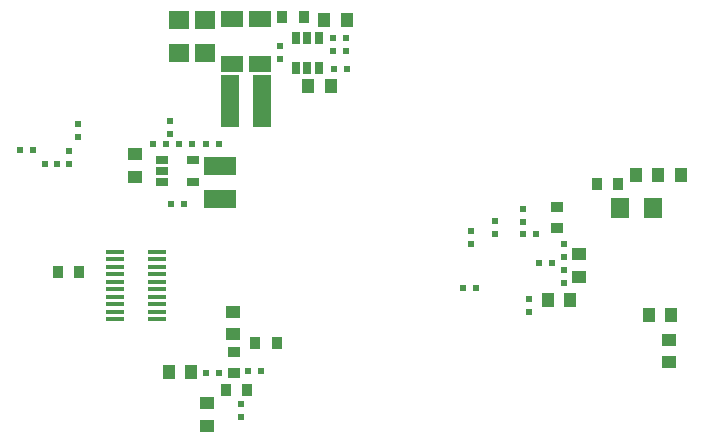
<source format=gbp>
G04 Layer_Color=128*
%FSLAX44Y44*%
%MOMM*%
G71*
G01*
G75*
%ADD14R,0.9000X1.0000*%
%ADD15R,1.0000X0.9000*%
%ADD16R,0.6000X0.6000*%
%ADD20R,0.6000X0.6000*%
%ADD21R,1.6000X0.4000*%
%ADD22R,1.6000X0.4000*%
%ADD35R,1.0000X1.3000*%
%ADD38R,1.6000X4.5000*%
%ADD39R,1.3000X1.0000*%
%ADD41R,1.8000X1.6000*%
%ADD49R,2.7000X1.6000*%
%ADD51R,1.6000X1.8000*%
%ADD90R,1.9000X1.4000*%
%ADD91R,0.7000X1.0000*%
%ADD92R,1.0000X0.7000*%
%ADD93R,1.0000X0.7000*%
D14*
X251000Y211000D02*
D03*
X269000D02*
D03*
X292000Y487000D02*
D03*
X274000D02*
D03*
X540000Y346000D02*
D03*
X558000D02*
D03*
X226000Y172000D02*
D03*
X244000D02*
D03*
X102000Y271500D02*
D03*
X84000D02*
D03*
D15*
X233000Y204000D02*
D03*
Y186000D02*
D03*
X506500Y308500D02*
D03*
Y326500D02*
D03*
D16*
X239000Y149000D02*
D03*
Y160000D02*
D03*
X327500Y459000D02*
D03*
Y470000D02*
D03*
X317000Y470000D02*
D03*
Y459000D02*
D03*
X272000Y452000D02*
D03*
Y463000D02*
D03*
X477500Y325135D02*
D03*
Y314135D02*
D03*
X101000Y386000D02*
D03*
Y397000D02*
D03*
X178500Y399500D02*
D03*
Y388500D02*
D03*
X512000Y284000D02*
D03*
Y295000D02*
D03*
X433500Y295500D02*
D03*
Y306500D02*
D03*
X512000Y262000D02*
D03*
Y273000D02*
D03*
X483000Y238000D02*
D03*
Y249000D02*
D03*
X93500Y363000D02*
D03*
Y374000D02*
D03*
X453500Y303500D02*
D03*
Y314500D02*
D03*
D20*
X256000Y187500D02*
D03*
X245000D02*
D03*
X220500Y186000D02*
D03*
X209500D02*
D03*
X318000Y443500D02*
D03*
X329000D02*
D03*
X179500Y329500D02*
D03*
X190500D02*
D03*
X72500Y363000D02*
D03*
X83500D02*
D03*
X491500Y279000D02*
D03*
X502500D02*
D03*
X186750Y380000D02*
D03*
X197750D02*
D03*
X220500D02*
D03*
X209500D02*
D03*
X438000Y258000D02*
D03*
X427000D02*
D03*
X52000Y375000D02*
D03*
X63000D02*
D03*
X175500Y380000D02*
D03*
X164500D02*
D03*
X488804Y303500D02*
D03*
X477804D02*
D03*
D21*
X132000Y288575D02*
D03*
X168000D02*
D03*
X132000Y282225D02*
D03*
X168000D02*
D03*
X132000Y275875D02*
D03*
X168000D02*
D03*
X132000Y269525D02*
D03*
X168000D02*
D03*
X132000Y263175D02*
D03*
X168000D02*
D03*
D22*
X132000Y256825D02*
D03*
X168000D02*
D03*
X132000Y250475D02*
D03*
X168000D02*
D03*
X132000Y244125D02*
D03*
X168000D02*
D03*
X132000Y237775D02*
D03*
X168000D02*
D03*
Y231425D02*
D03*
X132000D02*
D03*
D35*
X584000Y235000D02*
D03*
X603000D02*
D03*
X177500Y186500D02*
D03*
X196500D02*
D03*
X592000Y353500D02*
D03*
X611000D02*
D03*
X309500Y485000D02*
D03*
X328500D02*
D03*
X296000Y429000D02*
D03*
X315000D02*
D03*
X592000Y353500D02*
D03*
X573000D02*
D03*
X517500Y248000D02*
D03*
X498500D02*
D03*
D38*
X256500Y416000D02*
D03*
X229500D02*
D03*
D39*
X210000Y141500D02*
D03*
Y160500D02*
D03*
X232000Y238000D02*
D03*
Y219000D02*
D03*
X525000Y286500D02*
D03*
Y267500D02*
D03*
X149000Y371000D02*
D03*
Y352000D02*
D03*
X601136Y195000D02*
D03*
Y214000D02*
D03*
D41*
X186000Y457000D02*
D03*
Y485000D02*
D03*
X208500D02*
D03*
Y457000D02*
D03*
D49*
X221000Y361000D02*
D03*
Y333000D02*
D03*
D51*
X587500Y326000D02*
D03*
X559500D02*
D03*
D90*
X255000Y448000D02*
D03*
Y486000D02*
D03*
X231500Y448000D02*
D03*
Y486000D02*
D03*
D91*
X295000Y470000D02*
D03*
X285500D02*
D03*
Y444000D02*
D03*
X295000D02*
D03*
X304500D02*
D03*
Y470000D02*
D03*
D92*
X172000Y357000D02*
D03*
Y366500D02*
D03*
X198000Y347500D02*
D03*
Y366500D02*
D03*
D93*
X172000Y347500D02*
D03*
M02*

</source>
